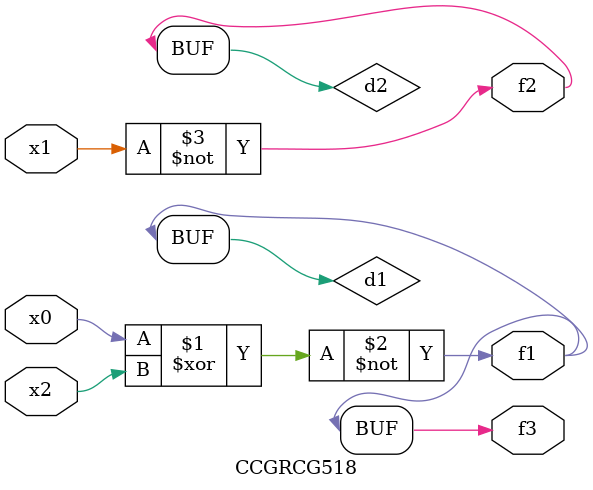
<source format=v>
module CCGRCG518(
	input x0, x1, x2,
	output f1, f2, f3
);

	wire d1, d2, d3;

	xnor (d1, x0, x2);
	nand (d2, x1);
	nor (d3, x1, x2);
	assign f1 = d1;
	assign f2 = d2;
	assign f3 = d1;
endmodule

</source>
